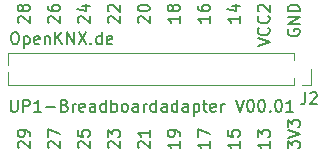
<source format=gbr>
G04 #@! TF.GenerationSoftware,KiCad,Pcbnew,(5.1.4)-1*
G04 #@! TF.CreationDate,2022-03-07T10:14:24+01:00*
G04 #@! TF.ProjectId,UP1-Breadboardadapter,5550312d-4272-4656-9164-626f61726461,V00.01*
G04 #@! TF.SameCoordinates,Original*
G04 #@! TF.FileFunction,Legend,Top*
G04 #@! TF.FilePolarity,Positive*
%FSLAX46Y46*%
G04 Gerber Fmt 4.6, Leading zero omitted, Abs format (unit mm)*
G04 Created by KiCad (PCBNEW (5.1.4)-1) date 2022-03-07 10:14:24*
%MOMM*%
%LPD*%
G04 APERTURE LIST*
%ADD10C,0.150000*%
%ADD11C,0.120000*%
G04 APERTURE END LIST*
D10*
X75962380Y-99147380D02*
X76152857Y-99147380D01*
X76248095Y-99195000D01*
X76343333Y-99290238D01*
X76390952Y-99480714D01*
X76390952Y-99814047D01*
X76343333Y-100004523D01*
X76248095Y-100099761D01*
X76152857Y-100147380D01*
X75962380Y-100147380D01*
X75867142Y-100099761D01*
X75771904Y-100004523D01*
X75724285Y-99814047D01*
X75724285Y-99480714D01*
X75771904Y-99290238D01*
X75867142Y-99195000D01*
X75962380Y-99147380D01*
X76819523Y-99480714D02*
X76819523Y-100480714D01*
X76819523Y-99528333D02*
X76914761Y-99480714D01*
X77105238Y-99480714D01*
X77200476Y-99528333D01*
X77248095Y-99575952D01*
X77295714Y-99671190D01*
X77295714Y-99956904D01*
X77248095Y-100052142D01*
X77200476Y-100099761D01*
X77105238Y-100147380D01*
X76914761Y-100147380D01*
X76819523Y-100099761D01*
X78105238Y-100099761D02*
X78010000Y-100147380D01*
X77819523Y-100147380D01*
X77724285Y-100099761D01*
X77676666Y-100004523D01*
X77676666Y-99623571D01*
X77724285Y-99528333D01*
X77819523Y-99480714D01*
X78010000Y-99480714D01*
X78105238Y-99528333D01*
X78152857Y-99623571D01*
X78152857Y-99718809D01*
X77676666Y-99814047D01*
X78581428Y-99480714D02*
X78581428Y-100147380D01*
X78581428Y-99575952D02*
X78629047Y-99528333D01*
X78724285Y-99480714D01*
X78867142Y-99480714D01*
X78962380Y-99528333D01*
X79010000Y-99623571D01*
X79010000Y-100147380D01*
X79486190Y-100147380D02*
X79486190Y-99147380D01*
X80057619Y-100147380D02*
X79629047Y-99575952D01*
X80057619Y-99147380D02*
X79486190Y-99718809D01*
X80486190Y-100147380D02*
X80486190Y-99147380D01*
X81057619Y-100147380D01*
X81057619Y-99147380D01*
X81438571Y-99147380D02*
X82105238Y-100147380D01*
X82105238Y-99147380D02*
X81438571Y-100147380D01*
X82486190Y-100052142D02*
X82533809Y-100099761D01*
X82486190Y-100147380D01*
X82438571Y-100099761D01*
X82486190Y-100052142D01*
X82486190Y-100147380D01*
X83390952Y-100147380D02*
X83390952Y-99147380D01*
X83390952Y-100099761D02*
X83295714Y-100147380D01*
X83105238Y-100147380D01*
X83010000Y-100099761D01*
X82962380Y-100052142D01*
X82914761Y-99956904D01*
X82914761Y-99671190D01*
X82962380Y-99575952D01*
X83010000Y-99528333D01*
X83105238Y-99480714D01*
X83295714Y-99480714D01*
X83390952Y-99528333D01*
X84248095Y-100099761D02*
X84152857Y-100147380D01*
X83962380Y-100147380D01*
X83867142Y-100099761D01*
X83819523Y-100004523D01*
X83819523Y-99623571D01*
X83867142Y-99528333D01*
X83962380Y-99480714D01*
X84152857Y-99480714D01*
X84248095Y-99528333D01*
X84295714Y-99623571D01*
X84295714Y-99718809D01*
X83819523Y-99814047D01*
X99195000Y-98903214D02*
X99147380Y-98998452D01*
X99147380Y-99141309D01*
X99195000Y-99284166D01*
X99290238Y-99379404D01*
X99385476Y-99427023D01*
X99575952Y-99474642D01*
X99718809Y-99474642D01*
X99909285Y-99427023D01*
X100004523Y-99379404D01*
X100099761Y-99284166D01*
X100147380Y-99141309D01*
X100147380Y-99046071D01*
X100099761Y-98903214D01*
X100052142Y-98855595D01*
X99718809Y-98855595D01*
X99718809Y-99046071D01*
X100147380Y-98427023D02*
X99147380Y-98427023D01*
X100147380Y-97855595D01*
X99147380Y-97855595D01*
X100147380Y-97379404D02*
X99147380Y-97379404D01*
X99147380Y-97141309D01*
X99195000Y-96998452D01*
X99290238Y-96903214D01*
X99385476Y-96855595D01*
X99575952Y-96807976D01*
X99718809Y-96807976D01*
X99909285Y-96855595D01*
X100004523Y-96903214D01*
X100099761Y-96998452D01*
X100147380Y-97141309D01*
X100147380Y-97379404D01*
X96607380Y-100331785D02*
X97607380Y-99998452D01*
X96607380Y-99665119D01*
X97512142Y-98760357D02*
X97559761Y-98807976D01*
X97607380Y-98950833D01*
X97607380Y-99046071D01*
X97559761Y-99188928D01*
X97464523Y-99284166D01*
X97369285Y-99331785D01*
X97178809Y-99379404D01*
X97035952Y-99379404D01*
X96845476Y-99331785D01*
X96750238Y-99284166D01*
X96655000Y-99188928D01*
X96607380Y-99046071D01*
X96607380Y-98950833D01*
X96655000Y-98807976D01*
X96702619Y-98760357D01*
X97512142Y-97760357D02*
X97559761Y-97807976D01*
X97607380Y-97950833D01*
X97607380Y-98046071D01*
X97559761Y-98188928D01*
X97464523Y-98284166D01*
X97369285Y-98331785D01*
X97178809Y-98379404D01*
X97035952Y-98379404D01*
X96845476Y-98331785D01*
X96750238Y-98284166D01*
X96655000Y-98188928D01*
X96607380Y-98046071D01*
X96607380Y-97950833D01*
X96655000Y-97807976D01*
X96702619Y-97760357D01*
X96702619Y-97379404D02*
X96655000Y-97331785D01*
X96607380Y-97236547D01*
X96607380Y-96998452D01*
X96655000Y-96903214D01*
X96702619Y-96855595D01*
X96797857Y-96807976D01*
X96893095Y-96807976D01*
X97035952Y-96855595D01*
X97607380Y-97427023D01*
X97607380Y-96807976D01*
X95067380Y-97760357D02*
X95067380Y-98331785D01*
X95067380Y-98046071D02*
X94067380Y-98046071D01*
X94210238Y-98141309D01*
X94305476Y-98236547D01*
X94353095Y-98331785D01*
X94400714Y-96903214D02*
X95067380Y-96903214D01*
X94019761Y-97141309D02*
X94734047Y-97379404D01*
X94734047Y-96760357D01*
X92527380Y-97760357D02*
X92527380Y-98331785D01*
X92527380Y-98046071D02*
X91527380Y-98046071D01*
X91670238Y-98141309D01*
X91765476Y-98236547D01*
X91813095Y-98331785D01*
X91527380Y-96903214D02*
X91527380Y-97093690D01*
X91575000Y-97188928D01*
X91622619Y-97236547D01*
X91765476Y-97331785D01*
X91955952Y-97379404D01*
X92336904Y-97379404D01*
X92432142Y-97331785D01*
X92479761Y-97284166D01*
X92527380Y-97188928D01*
X92527380Y-96998452D01*
X92479761Y-96903214D01*
X92432142Y-96855595D01*
X92336904Y-96807976D01*
X92098809Y-96807976D01*
X92003571Y-96855595D01*
X91955952Y-96903214D01*
X91908333Y-96998452D01*
X91908333Y-97188928D01*
X91955952Y-97284166D01*
X92003571Y-97331785D01*
X92098809Y-97379404D01*
X89987380Y-97760357D02*
X89987380Y-98331785D01*
X89987380Y-98046071D02*
X88987380Y-98046071D01*
X89130238Y-98141309D01*
X89225476Y-98236547D01*
X89273095Y-98331785D01*
X89415952Y-97188928D02*
X89368333Y-97284166D01*
X89320714Y-97331785D01*
X89225476Y-97379404D01*
X89177857Y-97379404D01*
X89082619Y-97331785D01*
X89035000Y-97284166D01*
X88987380Y-97188928D01*
X88987380Y-96998452D01*
X89035000Y-96903214D01*
X89082619Y-96855595D01*
X89177857Y-96807976D01*
X89225476Y-96807976D01*
X89320714Y-96855595D01*
X89368333Y-96903214D01*
X89415952Y-96998452D01*
X89415952Y-97188928D01*
X89463571Y-97284166D01*
X89511190Y-97331785D01*
X89606428Y-97379404D01*
X89796904Y-97379404D01*
X89892142Y-97331785D01*
X89939761Y-97284166D01*
X89987380Y-97188928D01*
X89987380Y-96998452D01*
X89939761Y-96903214D01*
X89892142Y-96855595D01*
X89796904Y-96807976D01*
X89606428Y-96807976D01*
X89511190Y-96855595D01*
X89463571Y-96903214D01*
X89415952Y-96998452D01*
X86542619Y-98331785D02*
X86495000Y-98284166D01*
X86447380Y-98188928D01*
X86447380Y-97950833D01*
X86495000Y-97855595D01*
X86542619Y-97807976D01*
X86637857Y-97760357D01*
X86733095Y-97760357D01*
X86875952Y-97807976D01*
X87447380Y-98379404D01*
X87447380Y-97760357D01*
X86447380Y-97141309D02*
X86447380Y-97046071D01*
X86495000Y-96950833D01*
X86542619Y-96903214D01*
X86637857Y-96855595D01*
X86828333Y-96807976D01*
X87066428Y-96807976D01*
X87256904Y-96855595D01*
X87352142Y-96903214D01*
X87399761Y-96950833D01*
X87447380Y-97046071D01*
X87447380Y-97141309D01*
X87399761Y-97236547D01*
X87352142Y-97284166D01*
X87256904Y-97331785D01*
X87066428Y-97379404D01*
X86828333Y-97379404D01*
X86637857Y-97331785D01*
X86542619Y-97284166D01*
X86495000Y-97236547D01*
X86447380Y-97141309D01*
X84002619Y-98331785D02*
X83955000Y-98284166D01*
X83907380Y-98188928D01*
X83907380Y-97950833D01*
X83955000Y-97855595D01*
X84002619Y-97807976D01*
X84097857Y-97760357D01*
X84193095Y-97760357D01*
X84335952Y-97807976D01*
X84907380Y-98379404D01*
X84907380Y-97760357D01*
X84002619Y-97379404D02*
X83955000Y-97331785D01*
X83907380Y-97236547D01*
X83907380Y-96998452D01*
X83955000Y-96903214D01*
X84002619Y-96855595D01*
X84097857Y-96807976D01*
X84193095Y-96807976D01*
X84335952Y-96855595D01*
X84907380Y-97427023D01*
X84907380Y-96807976D01*
X81462619Y-98331785D02*
X81415000Y-98284166D01*
X81367380Y-98188928D01*
X81367380Y-97950833D01*
X81415000Y-97855595D01*
X81462619Y-97807976D01*
X81557857Y-97760357D01*
X81653095Y-97760357D01*
X81795952Y-97807976D01*
X82367380Y-98379404D01*
X82367380Y-97760357D01*
X81700714Y-96903214D02*
X82367380Y-96903214D01*
X81319761Y-97141309D02*
X82034047Y-97379404D01*
X82034047Y-96760357D01*
X78922619Y-98331785D02*
X78875000Y-98284166D01*
X78827380Y-98188928D01*
X78827380Y-97950833D01*
X78875000Y-97855595D01*
X78922619Y-97807976D01*
X79017857Y-97760357D01*
X79113095Y-97760357D01*
X79255952Y-97807976D01*
X79827380Y-98379404D01*
X79827380Y-97760357D01*
X78827380Y-96903214D02*
X78827380Y-97093690D01*
X78875000Y-97188928D01*
X78922619Y-97236547D01*
X79065476Y-97331785D01*
X79255952Y-97379404D01*
X79636904Y-97379404D01*
X79732142Y-97331785D01*
X79779761Y-97284166D01*
X79827380Y-97188928D01*
X79827380Y-96998452D01*
X79779761Y-96903214D01*
X79732142Y-96855595D01*
X79636904Y-96807976D01*
X79398809Y-96807976D01*
X79303571Y-96855595D01*
X79255952Y-96903214D01*
X79208333Y-96998452D01*
X79208333Y-97188928D01*
X79255952Y-97284166D01*
X79303571Y-97331785D01*
X79398809Y-97379404D01*
X76382619Y-98331785D02*
X76335000Y-98284166D01*
X76287380Y-98188928D01*
X76287380Y-97950833D01*
X76335000Y-97855595D01*
X76382619Y-97807976D01*
X76477857Y-97760357D01*
X76573095Y-97760357D01*
X76715952Y-97807976D01*
X77287380Y-98379404D01*
X77287380Y-97760357D01*
X76715952Y-97188928D02*
X76668333Y-97284166D01*
X76620714Y-97331785D01*
X76525476Y-97379404D01*
X76477857Y-97379404D01*
X76382619Y-97331785D01*
X76335000Y-97284166D01*
X76287380Y-97188928D01*
X76287380Y-96998452D01*
X76335000Y-96903214D01*
X76382619Y-96855595D01*
X76477857Y-96807976D01*
X76525476Y-96807976D01*
X76620714Y-96855595D01*
X76668333Y-96903214D01*
X76715952Y-96998452D01*
X76715952Y-97188928D01*
X76763571Y-97284166D01*
X76811190Y-97331785D01*
X76906428Y-97379404D01*
X77096904Y-97379404D01*
X77192142Y-97331785D01*
X77239761Y-97284166D01*
X77287380Y-97188928D01*
X77287380Y-96998452D01*
X77239761Y-96903214D01*
X77192142Y-96855595D01*
X77096904Y-96807976D01*
X76906428Y-96807976D01*
X76811190Y-96855595D01*
X76763571Y-96903214D01*
X76715952Y-96998452D01*
X99147380Y-108979642D02*
X99147380Y-108360595D01*
X99528333Y-108693928D01*
X99528333Y-108551071D01*
X99575952Y-108455833D01*
X99623571Y-108408214D01*
X99718809Y-108360595D01*
X99956904Y-108360595D01*
X100052142Y-108408214D01*
X100099761Y-108455833D01*
X100147380Y-108551071D01*
X100147380Y-108836785D01*
X100099761Y-108932023D01*
X100052142Y-108979642D01*
X99147380Y-108074880D02*
X100147380Y-107741547D01*
X99147380Y-107408214D01*
X99147380Y-107170119D02*
X99147380Y-106551071D01*
X99528333Y-106884404D01*
X99528333Y-106741547D01*
X99575952Y-106646309D01*
X99623571Y-106598690D01*
X99718809Y-106551071D01*
X99956904Y-106551071D01*
X100052142Y-106598690D01*
X100099761Y-106646309D01*
X100147380Y-106741547D01*
X100147380Y-107027261D01*
X100099761Y-107122500D01*
X100052142Y-107170119D01*
X97607380Y-108360595D02*
X97607380Y-108932023D01*
X97607380Y-108646309D02*
X96607380Y-108646309D01*
X96750238Y-108741547D01*
X96845476Y-108836785D01*
X96893095Y-108932023D01*
X96607380Y-108027261D02*
X96607380Y-107408214D01*
X96988333Y-107741547D01*
X96988333Y-107598690D01*
X97035952Y-107503452D01*
X97083571Y-107455833D01*
X97178809Y-107408214D01*
X97416904Y-107408214D01*
X97512142Y-107455833D01*
X97559761Y-107503452D01*
X97607380Y-107598690D01*
X97607380Y-107884404D01*
X97559761Y-107979642D01*
X97512142Y-108027261D01*
X95067380Y-108360595D02*
X95067380Y-108932023D01*
X95067380Y-108646309D02*
X94067380Y-108646309D01*
X94210238Y-108741547D01*
X94305476Y-108836785D01*
X94353095Y-108932023D01*
X94067380Y-107455833D02*
X94067380Y-107932023D01*
X94543571Y-107979642D01*
X94495952Y-107932023D01*
X94448333Y-107836785D01*
X94448333Y-107598690D01*
X94495952Y-107503452D01*
X94543571Y-107455833D01*
X94638809Y-107408214D01*
X94876904Y-107408214D01*
X94972142Y-107455833D01*
X95019761Y-107503452D01*
X95067380Y-107598690D01*
X95067380Y-107836785D01*
X95019761Y-107932023D01*
X94972142Y-107979642D01*
X92527380Y-108360595D02*
X92527380Y-108932023D01*
X92527380Y-108646309D02*
X91527380Y-108646309D01*
X91670238Y-108741547D01*
X91765476Y-108836785D01*
X91813095Y-108932023D01*
X91527380Y-108027261D02*
X91527380Y-107360595D01*
X92527380Y-107789166D01*
X89987380Y-108360595D02*
X89987380Y-108932023D01*
X89987380Y-108646309D02*
X88987380Y-108646309D01*
X89130238Y-108741547D01*
X89225476Y-108836785D01*
X89273095Y-108932023D01*
X89987380Y-107884404D02*
X89987380Y-107693928D01*
X89939761Y-107598690D01*
X89892142Y-107551071D01*
X89749285Y-107455833D01*
X89558809Y-107408214D01*
X89177857Y-107408214D01*
X89082619Y-107455833D01*
X89035000Y-107503452D01*
X88987380Y-107598690D01*
X88987380Y-107789166D01*
X89035000Y-107884404D01*
X89082619Y-107932023D01*
X89177857Y-107979642D01*
X89415952Y-107979642D01*
X89511190Y-107932023D01*
X89558809Y-107884404D01*
X89606428Y-107789166D01*
X89606428Y-107598690D01*
X89558809Y-107503452D01*
X89511190Y-107455833D01*
X89415952Y-107408214D01*
X86542619Y-108932023D02*
X86495000Y-108884404D01*
X86447380Y-108789166D01*
X86447380Y-108551071D01*
X86495000Y-108455833D01*
X86542619Y-108408214D01*
X86637857Y-108360595D01*
X86733095Y-108360595D01*
X86875952Y-108408214D01*
X87447380Y-108979642D01*
X87447380Y-108360595D01*
X87447380Y-107408214D02*
X87447380Y-107979642D01*
X87447380Y-107693928D02*
X86447380Y-107693928D01*
X86590238Y-107789166D01*
X86685476Y-107884404D01*
X86733095Y-107979642D01*
X84002619Y-108932023D02*
X83955000Y-108884404D01*
X83907380Y-108789166D01*
X83907380Y-108551071D01*
X83955000Y-108455833D01*
X84002619Y-108408214D01*
X84097857Y-108360595D01*
X84193095Y-108360595D01*
X84335952Y-108408214D01*
X84907380Y-108979642D01*
X84907380Y-108360595D01*
X83907380Y-108027261D02*
X83907380Y-107408214D01*
X84288333Y-107741547D01*
X84288333Y-107598690D01*
X84335952Y-107503452D01*
X84383571Y-107455833D01*
X84478809Y-107408214D01*
X84716904Y-107408214D01*
X84812142Y-107455833D01*
X84859761Y-107503452D01*
X84907380Y-107598690D01*
X84907380Y-107884404D01*
X84859761Y-107979642D01*
X84812142Y-108027261D01*
X81462619Y-108932023D02*
X81415000Y-108884404D01*
X81367380Y-108789166D01*
X81367380Y-108551071D01*
X81415000Y-108455833D01*
X81462619Y-108408214D01*
X81557857Y-108360595D01*
X81653095Y-108360595D01*
X81795952Y-108408214D01*
X82367380Y-108979642D01*
X82367380Y-108360595D01*
X81367380Y-107455833D02*
X81367380Y-107932023D01*
X81843571Y-107979642D01*
X81795952Y-107932023D01*
X81748333Y-107836785D01*
X81748333Y-107598690D01*
X81795952Y-107503452D01*
X81843571Y-107455833D01*
X81938809Y-107408214D01*
X82176904Y-107408214D01*
X82272142Y-107455833D01*
X82319761Y-107503452D01*
X82367380Y-107598690D01*
X82367380Y-107836785D01*
X82319761Y-107932023D01*
X82272142Y-107979642D01*
X78922619Y-108932023D02*
X78875000Y-108884404D01*
X78827380Y-108789166D01*
X78827380Y-108551071D01*
X78875000Y-108455833D01*
X78922619Y-108408214D01*
X79017857Y-108360595D01*
X79113095Y-108360595D01*
X79255952Y-108408214D01*
X79827380Y-108979642D01*
X79827380Y-108360595D01*
X78827380Y-108027261D02*
X78827380Y-107360595D01*
X79827380Y-107789166D01*
X76382619Y-108932023D02*
X76335000Y-108884404D01*
X76287380Y-108789166D01*
X76287380Y-108551071D01*
X76335000Y-108455833D01*
X76382619Y-108408214D01*
X76477857Y-108360595D01*
X76573095Y-108360595D01*
X76715952Y-108408214D01*
X77287380Y-108979642D01*
X77287380Y-108360595D01*
X77287380Y-107884404D02*
X77287380Y-107693928D01*
X77239761Y-107598690D01*
X77192142Y-107551071D01*
X77049285Y-107455833D01*
X76858809Y-107408214D01*
X76477857Y-107408214D01*
X76382619Y-107455833D01*
X76335000Y-107503452D01*
X76287380Y-107598690D01*
X76287380Y-107789166D01*
X76335000Y-107884404D01*
X76382619Y-107932023D01*
X76477857Y-107979642D01*
X76715952Y-107979642D01*
X76811190Y-107932023D01*
X76858809Y-107884404D01*
X76906428Y-107789166D01*
X76906428Y-107598690D01*
X76858809Y-107503452D01*
X76811190Y-107455833D01*
X76715952Y-107408214D01*
X75701428Y-104862380D02*
X75701428Y-105671904D01*
X75749047Y-105767142D01*
X75796666Y-105814761D01*
X75891904Y-105862380D01*
X76082380Y-105862380D01*
X76177619Y-105814761D01*
X76225238Y-105767142D01*
X76272857Y-105671904D01*
X76272857Y-104862380D01*
X76749047Y-105862380D02*
X76749047Y-104862380D01*
X77130000Y-104862380D01*
X77225238Y-104910000D01*
X77272857Y-104957619D01*
X77320476Y-105052857D01*
X77320476Y-105195714D01*
X77272857Y-105290952D01*
X77225238Y-105338571D01*
X77130000Y-105386190D01*
X76749047Y-105386190D01*
X78272857Y-105862380D02*
X77701428Y-105862380D01*
X77987142Y-105862380D02*
X77987142Y-104862380D01*
X77891904Y-105005238D01*
X77796666Y-105100476D01*
X77701428Y-105148095D01*
X78701428Y-105481428D02*
X79463333Y-105481428D01*
X80272857Y-105338571D02*
X80415714Y-105386190D01*
X80463333Y-105433809D01*
X80510952Y-105529047D01*
X80510952Y-105671904D01*
X80463333Y-105767142D01*
X80415714Y-105814761D01*
X80320476Y-105862380D01*
X79939523Y-105862380D01*
X79939523Y-104862380D01*
X80272857Y-104862380D01*
X80368095Y-104910000D01*
X80415714Y-104957619D01*
X80463333Y-105052857D01*
X80463333Y-105148095D01*
X80415714Y-105243333D01*
X80368095Y-105290952D01*
X80272857Y-105338571D01*
X79939523Y-105338571D01*
X80939523Y-105862380D02*
X80939523Y-105195714D01*
X80939523Y-105386190D02*
X80987142Y-105290952D01*
X81034761Y-105243333D01*
X81130000Y-105195714D01*
X81225238Y-105195714D01*
X81939523Y-105814761D02*
X81844285Y-105862380D01*
X81653809Y-105862380D01*
X81558571Y-105814761D01*
X81510952Y-105719523D01*
X81510952Y-105338571D01*
X81558571Y-105243333D01*
X81653809Y-105195714D01*
X81844285Y-105195714D01*
X81939523Y-105243333D01*
X81987142Y-105338571D01*
X81987142Y-105433809D01*
X81510952Y-105529047D01*
X82844285Y-105862380D02*
X82844285Y-105338571D01*
X82796666Y-105243333D01*
X82701428Y-105195714D01*
X82510952Y-105195714D01*
X82415714Y-105243333D01*
X82844285Y-105814761D02*
X82749047Y-105862380D01*
X82510952Y-105862380D01*
X82415714Y-105814761D01*
X82368095Y-105719523D01*
X82368095Y-105624285D01*
X82415714Y-105529047D01*
X82510952Y-105481428D01*
X82749047Y-105481428D01*
X82844285Y-105433809D01*
X83749047Y-105862380D02*
X83749047Y-104862380D01*
X83749047Y-105814761D02*
X83653809Y-105862380D01*
X83463333Y-105862380D01*
X83368095Y-105814761D01*
X83320476Y-105767142D01*
X83272857Y-105671904D01*
X83272857Y-105386190D01*
X83320476Y-105290952D01*
X83368095Y-105243333D01*
X83463333Y-105195714D01*
X83653809Y-105195714D01*
X83749047Y-105243333D01*
X84225238Y-105862380D02*
X84225238Y-104862380D01*
X84225238Y-105243333D02*
X84320476Y-105195714D01*
X84510952Y-105195714D01*
X84606190Y-105243333D01*
X84653809Y-105290952D01*
X84701428Y-105386190D01*
X84701428Y-105671904D01*
X84653809Y-105767142D01*
X84606190Y-105814761D01*
X84510952Y-105862380D01*
X84320476Y-105862380D01*
X84225238Y-105814761D01*
X85272857Y-105862380D02*
X85177619Y-105814761D01*
X85130000Y-105767142D01*
X85082380Y-105671904D01*
X85082380Y-105386190D01*
X85130000Y-105290952D01*
X85177619Y-105243333D01*
X85272857Y-105195714D01*
X85415714Y-105195714D01*
X85510952Y-105243333D01*
X85558571Y-105290952D01*
X85606190Y-105386190D01*
X85606190Y-105671904D01*
X85558571Y-105767142D01*
X85510952Y-105814761D01*
X85415714Y-105862380D01*
X85272857Y-105862380D01*
X86463333Y-105862380D02*
X86463333Y-105338571D01*
X86415714Y-105243333D01*
X86320476Y-105195714D01*
X86130000Y-105195714D01*
X86034761Y-105243333D01*
X86463333Y-105814761D02*
X86368095Y-105862380D01*
X86130000Y-105862380D01*
X86034761Y-105814761D01*
X85987142Y-105719523D01*
X85987142Y-105624285D01*
X86034761Y-105529047D01*
X86130000Y-105481428D01*
X86368095Y-105481428D01*
X86463333Y-105433809D01*
X86939523Y-105862380D02*
X86939523Y-105195714D01*
X86939523Y-105386190D02*
X86987142Y-105290952D01*
X87034761Y-105243333D01*
X87130000Y-105195714D01*
X87225238Y-105195714D01*
X87987142Y-105862380D02*
X87987142Y-104862380D01*
X87987142Y-105814761D02*
X87891904Y-105862380D01*
X87701428Y-105862380D01*
X87606190Y-105814761D01*
X87558571Y-105767142D01*
X87510952Y-105671904D01*
X87510952Y-105386190D01*
X87558571Y-105290952D01*
X87606190Y-105243333D01*
X87701428Y-105195714D01*
X87891904Y-105195714D01*
X87987142Y-105243333D01*
X88891904Y-105862380D02*
X88891904Y-105338571D01*
X88844285Y-105243333D01*
X88749047Y-105195714D01*
X88558571Y-105195714D01*
X88463333Y-105243333D01*
X88891904Y-105814761D02*
X88796666Y-105862380D01*
X88558571Y-105862380D01*
X88463333Y-105814761D01*
X88415714Y-105719523D01*
X88415714Y-105624285D01*
X88463333Y-105529047D01*
X88558571Y-105481428D01*
X88796666Y-105481428D01*
X88891904Y-105433809D01*
X89796666Y-105862380D02*
X89796666Y-104862380D01*
X89796666Y-105814761D02*
X89701428Y-105862380D01*
X89510952Y-105862380D01*
X89415714Y-105814761D01*
X89368095Y-105767142D01*
X89320476Y-105671904D01*
X89320476Y-105386190D01*
X89368095Y-105290952D01*
X89415714Y-105243333D01*
X89510952Y-105195714D01*
X89701428Y-105195714D01*
X89796666Y-105243333D01*
X90701428Y-105862380D02*
X90701428Y-105338571D01*
X90653809Y-105243333D01*
X90558571Y-105195714D01*
X90368095Y-105195714D01*
X90272857Y-105243333D01*
X90701428Y-105814761D02*
X90606190Y-105862380D01*
X90368095Y-105862380D01*
X90272857Y-105814761D01*
X90225238Y-105719523D01*
X90225238Y-105624285D01*
X90272857Y-105529047D01*
X90368095Y-105481428D01*
X90606190Y-105481428D01*
X90701428Y-105433809D01*
X91177619Y-105195714D02*
X91177619Y-106195714D01*
X91177619Y-105243333D02*
X91272857Y-105195714D01*
X91463333Y-105195714D01*
X91558571Y-105243333D01*
X91606190Y-105290952D01*
X91653809Y-105386190D01*
X91653809Y-105671904D01*
X91606190Y-105767142D01*
X91558571Y-105814761D01*
X91463333Y-105862380D01*
X91272857Y-105862380D01*
X91177619Y-105814761D01*
X91939523Y-105195714D02*
X92320476Y-105195714D01*
X92082380Y-104862380D02*
X92082380Y-105719523D01*
X92130000Y-105814761D01*
X92225238Y-105862380D01*
X92320476Y-105862380D01*
X93034761Y-105814761D02*
X92939523Y-105862380D01*
X92749047Y-105862380D01*
X92653809Y-105814761D01*
X92606190Y-105719523D01*
X92606190Y-105338571D01*
X92653809Y-105243333D01*
X92749047Y-105195714D01*
X92939523Y-105195714D01*
X93034761Y-105243333D01*
X93082380Y-105338571D01*
X93082380Y-105433809D01*
X92606190Y-105529047D01*
X93510952Y-105862380D02*
X93510952Y-105195714D01*
X93510952Y-105386190D02*
X93558571Y-105290952D01*
X93606190Y-105243333D01*
X93701428Y-105195714D01*
X93796666Y-105195714D01*
X94749047Y-104862380D02*
X95082380Y-105862380D01*
X95415714Y-104862380D01*
X95939523Y-104862380D02*
X96034761Y-104862380D01*
X96130000Y-104910000D01*
X96177619Y-104957619D01*
X96225238Y-105052857D01*
X96272857Y-105243333D01*
X96272857Y-105481428D01*
X96225238Y-105671904D01*
X96177619Y-105767142D01*
X96130000Y-105814761D01*
X96034761Y-105862380D01*
X95939523Y-105862380D01*
X95844285Y-105814761D01*
X95796666Y-105767142D01*
X95749047Y-105671904D01*
X95701428Y-105481428D01*
X95701428Y-105243333D01*
X95749047Y-105052857D01*
X95796666Y-104957619D01*
X95844285Y-104910000D01*
X95939523Y-104862380D01*
X96891904Y-104862380D02*
X96987142Y-104862380D01*
X97082380Y-104910000D01*
X97130000Y-104957619D01*
X97177619Y-105052857D01*
X97225238Y-105243333D01*
X97225238Y-105481428D01*
X97177619Y-105671904D01*
X97130000Y-105767142D01*
X97082380Y-105814761D01*
X96987142Y-105862380D01*
X96891904Y-105862380D01*
X96796666Y-105814761D01*
X96749047Y-105767142D01*
X96701428Y-105671904D01*
X96653809Y-105481428D01*
X96653809Y-105243333D01*
X96701428Y-105052857D01*
X96749047Y-104957619D01*
X96796666Y-104910000D01*
X96891904Y-104862380D01*
X97653809Y-105767142D02*
X97701428Y-105814761D01*
X97653809Y-105862380D01*
X97606190Y-105814761D01*
X97653809Y-105767142D01*
X97653809Y-105862380D01*
X98320476Y-104862380D02*
X98415714Y-104862380D01*
X98510952Y-104910000D01*
X98558571Y-104957619D01*
X98606190Y-105052857D01*
X98653809Y-105243333D01*
X98653809Y-105481428D01*
X98606190Y-105671904D01*
X98558571Y-105767142D01*
X98510952Y-105814761D01*
X98415714Y-105862380D01*
X98320476Y-105862380D01*
X98225238Y-105814761D01*
X98177619Y-105767142D01*
X98130000Y-105671904D01*
X98082380Y-105481428D01*
X98082380Y-105243333D01*
X98130000Y-105052857D01*
X98177619Y-104957619D01*
X98225238Y-104910000D01*
X98320476Y-104862380D01*
X99606190Y-105862380D02*
X99034761Y-105862380D01*
X99320476Y-105862380D02*
X99320476Y-104862380D01*
X99225238Y-105005238D01*
X99130000Y-105100476D01*
X99034761Y-105148095D01*
D11*
X101090000Y-102235000D02*
X101090000Y-103565000D01*
X101090000Y-103565000D02*
X100330000Y-103565000D01*
X99695000Y-103565000D02*
X75505000Y-103565000D01*
X75505000Y-102542530D02*
X75505000Y-103565000D01*
X75505000Y-100905000D02*
X75505000Y-101927470D01*
X99695000Y-100905000D02*
X75505000Y-100905000D01*
X99695000Y-102995000D02*
X99695000Y-103565000D01*
X99695000Y-100905000D02*
X99695000Y-101475000D01*
D10*
X100631666Y-104227380D02*
X100631666Y-104941666D01*
X100584047Y-105084523D01*
X100488809Y-105179761D01*
X100345952Y-105227380D01*
X100250714Y-105227380D01*
X101060238Y-104322619D02*
X101107857Y-104275000D01*
X101203095Y-104227380D01*
X101441190Y-104227380D01*
X101536428Y-104275000D01*
X101584047Y-104322619D01*
X101631666Y-104417857D01*
X101631666Y-104513095D01*
X101584047Y-104655952D01*
X101012619Y-105227380D01*
X101631666Y-105227380D01*
M02*

</source>
